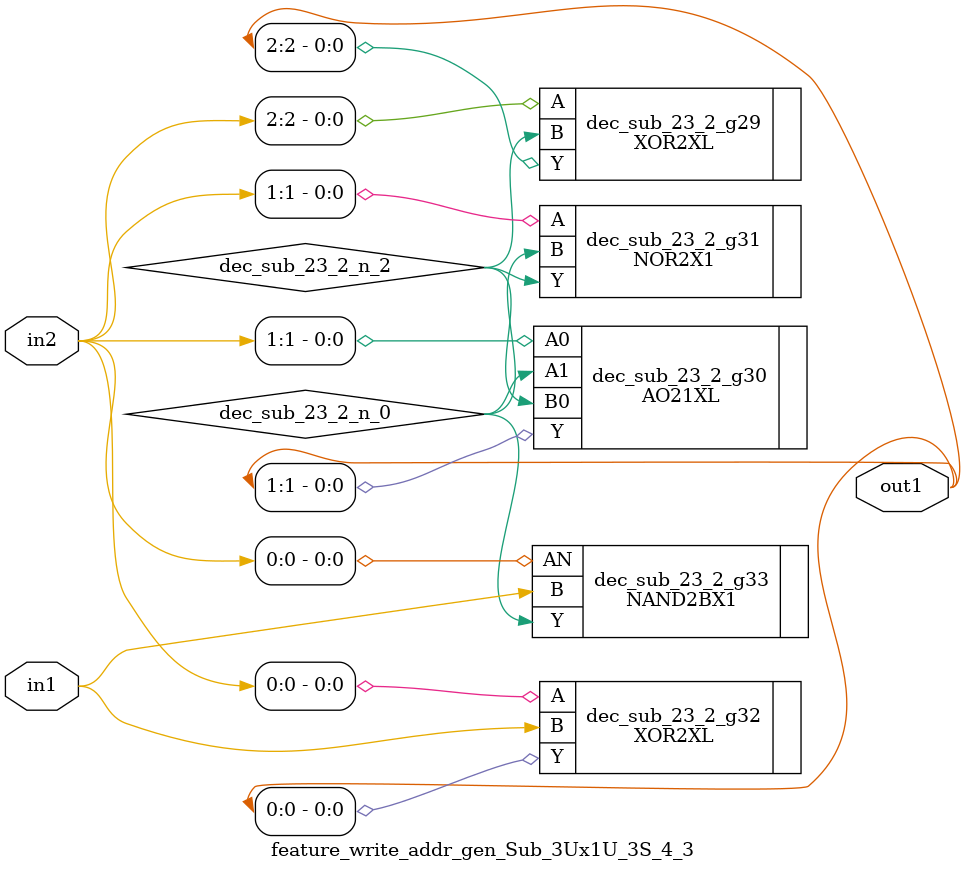
<source format=v>
`timescale 1ps / 1ps


module feature_write_addr_gen_Sub_3Ux1U_3S_4_3(in2, in1, out1);
  input [2:0] in2;
  input in1;
  output [2:0] out1;
  wire [2:0] in2;
  wire in1;
  wire [2:0] out1;
  wire dec_sub_23_2_n_0, dec_sub_23_2_n_2;
  XOR2XL dec_sub_23_2_g29(.A (in2[2]), .B (dec_sub_23_2_n_2), .Y
       (out1[2]));
  AO21XL dec_sub_23_2_g30(.A0 (in2[1]), .A1 (dec_sub_23_2_n_0), .B0
       (dec_sub_23_2_n_2), .Y (out1[1]));
  NOR2X1 dec_sub_23_2_g31(.A (in2[1]), .B (dec_sub_23_2_n_0), .Y
       (dec_sub_23_2_n_2));
  XOR2XL dec_sub_23_2_g32(.A (in2[0]), .B (in1), .Y (out1[0]));
  NAND2BX1 dec_sub_23_2_g33(.AN (in2[0]), .B (in1), .Y
       (dec_sub_23_2_n_0));
endmodule



</source>
